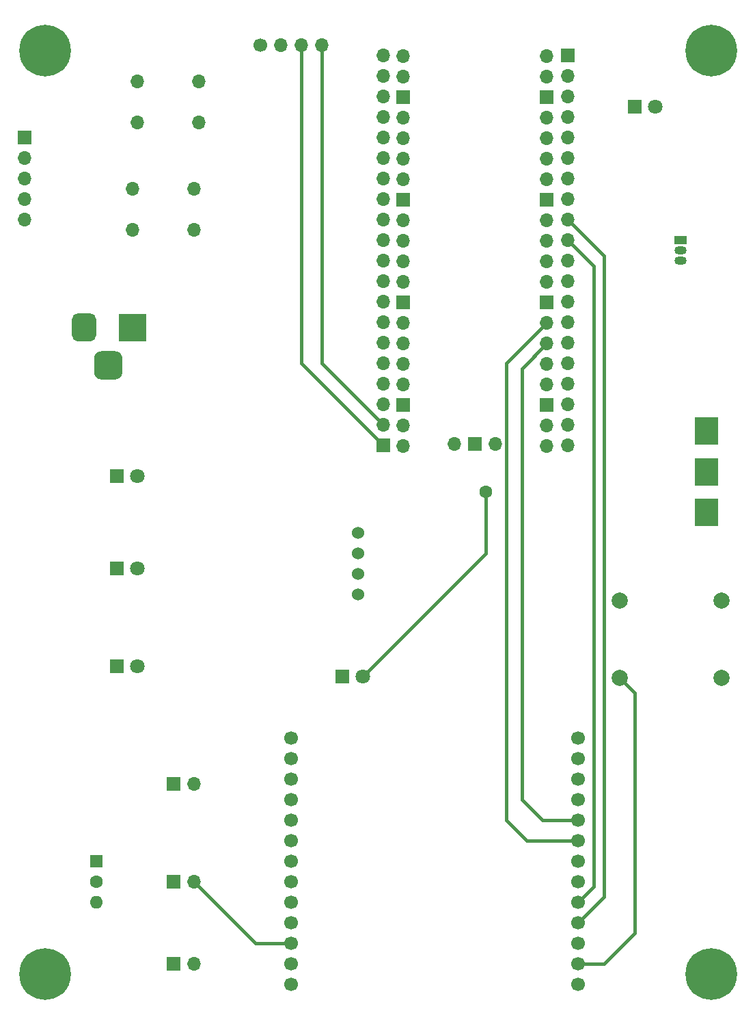
<source format=gbr>
%TF.GenerationSoftware,KiCad,Pcbnew,(5.1.10)-1*%
%TF.CreationDate,2021-10-29T11:14:32-04:00*%
%TF.ProjectId,A7585-test-board,41373538-352d-4746-9573-742d626f6172,rev?*%
%TF.SameCoordinates,Original*%
%TF.FileFunction,Copper,L4,Bot*%
%TF.FilePolarity,Positive*%
%FSLAX46Y46*%
G04 Gerber Fmt 4.6, Leading zero omitted, Abs format (unit mm)*
G04 Created by KiCad (PCBNEW (5.1.10)-1) date 2021-10-29 11:14:32*
%MOMM*%
%LPD*%
G01*
G04 APERTURE LIST*
%TA.AperFunction,ComponentPad*%
%ADD10O,1.700000X1.700000*%
%TD*%
%TA.AperFunction,ComponentPad*%
%ADD11R,1.700000X1.700000*%
%TD*%
%TA.AperFunction,ComponentPad*%
%ADD12C,1.700000*%
%TD*%
%TA.AperFunction,ComponentPad*%
%ADD13C,1.524000*%
%TD*%
%TA.AperFunction,ComponentPad*%
%ADD14R,1.600000X1.600000*%
%TD*%
%TA.AperFunction,ComponentPad*%
%ADD15O,1.600000X1.600000*%
%TD*%
%TA.AperFunction,ComponentPad*%
%ADD16C,1.600000*%
%TD*%
%TA.AperFunction,ComponentPad*%
%ADD17R,3.000000X3.500000*%
%TD*%
%TA.AperFunction,ComponentPad*%
%ADD18C,2.000000*%
%TD*%
%TA.AperFunction,ComponentPad*%
%ADD19R,1.500000X1.050000*%
%TD*%
%TA.AperFunction,ComponentPad*%
%ADD20O,1.500000X1.050000*%
%TD*%
%TA.AperFunction,ComponentPad*%
%ADD21C,6.400000*%
%TD*%
%TA.AperFunction,ComponentPad*%
%ADD22C,1.800000*%
%TD*%
%TA.AperFunction,ComponentPad*%
%ADD23R,1.800000X1.800000*%
%TD*%
%TA.AperFunction,ComponentPad*%
%ADD24R,3.500000X3.500000*%
%TD*%
%TA.AperFunction,ViaPad*%
%ADD25C,1.600000*%
%TD*%
%TA.AperFunction,Conductor*%
%ADD26C,0.400000*%
%TD*%
G04 APERTURE END LIST*
D10*
%TO.P,SW301,1*%
%TO.N,GND*%
X64135000Y-62230000D03*
%TO.P,SW301,2*%
%TO.N,VCC*%
X64135000Y-59690000D03*
%TO.P,SW301,3*%
%TO.N,Net-(C313-Pad1)*%
X64135000Y-57150000D03*
%TO.P,SW301,4*%
%TO.N,Net-(C112-Pad1)*%
X64135000Y-54610000D03*
D11*
%TO.P,SW301,5*%
%TO.N,Net-(C311-Pad1)*%
X64135000Y-52070000D03*
%TD*%
D10*
%TO.P,SW303,1*%
%TO.N,GND*%
X77470000Y-63500000D03*
%TO.P,SW303,4*%
%TO.N,N/C*%
X77470000Y-58420000D03*
%TO.P,SW303,3*%
%TO.N,VCC*%
X85090000Y-58420000D03*
%TO.P,SW303,2*%
%TO.N,Net-(J2-Pad16)*%
X85090000Y-63500000D03*
%TD*%
%TO.P,U300,43*%
%TO.N,Net-(U300-Pad43)*%
X122450000Y-90025000D03*
D11*
%TO.P,U300,42*%
%TO.N,Net-(U300-Pad42)*%
X119910000Y-90025000D03*
D10*
%TO.P,U300,41*%
%TO.N,Net-(U300-Pad41)*%
X117370000Y-90025000D03*
%TO.P,U300,40*%
%TO.N,Net-(J3-Pad1)*%
X128800000Y-41995000D03*
%TO.P,U300,39*%
%TO.N,Net-(D300-Pad1)*%
X128800000Y-44535000D03*
D11*
%TO.P,U300,38*%
%TO.N,GND*%
X128800000Y-47075000D03*
D10*
%TO.P,U300,37*%
%TO.N,Net-(J3-Pad4)*%
X128800000Y-49615000D03*
%TO.P,U300,36*%
%TO.N,Net-(J3-Pad5)*%
X128800000Y-52155000D03*
%TO.P,U300,35*%
%TO.N,Net-(C302-Pad1)*%
X128800000Y-54695000D03*
%TO.P,U300,34*%
%TO.N,Net-(J3-Pad7)*%
X128800000Y-57235000D03*
D11*
%TO.P,U300,33*%
%TO.N,GND*%
X128800000Y-59775000D03*
D10*
%TO.P,U300,32*%
%TO.N,Net-(J3-Pad9)*%
X128800000Y-62315000D03*
%TO.P,U300,31*%
%TO.N,Net-(J3-Pad10)*%
X128800000Y-64855000D03*
%TO.P,U300,30*%
%TO.N,Net-(J3-Pad11)*%
X128800000Y-67395000D03*
%TO.P,U300,29*%
%TO.N,Net-(J3-Pad12)*%
X128800000Y-69935000D03*
D11*
%TO.P,U300,28*%
%TO.N,GND*%
X128800000Y-72475000D03*
D10*
%TO.P,U300,27*%
%TO.N,Net-(J3-Pad14)*%
X128800000Y-75015000D03*
%TO.P,U300,26*%
%TO.N,Net-(J3-Pad15)*%
X128800000Y-77555000D03*
%TO.P,U300,25*%
%TO.N,Net-(J3-Pad16)*%
X128800000Y-80095000D03*
%TO.P,U300,24*%
%TO.N,Net-(J3-Pad17)*%
X128800000Y-82635000D03*
D11*
%TO.P,U300,23*%
%TO.N,GND*%
X128800000Y-85175000D03*
D10*
%TO.P,U300,22*%
%TO.N,Net-(J3-Pad19)*%
X128800000Y-87715000D03*
%TO.P,U300,21*%
%TO.N,Net-(D301-Pad2)*%
X128800000Y-90255000D03*
%TO.P,U300,20*%
%TO.N,Net-(J1-Pad3)*%
X111020000Y-90255000D03*
%TO.P,U300,19*%
%TO.N,Net-(J1-Pad4)*%
X111020000Y-87715000D03*
D11*
%TO.P,U300,18*%
%TO.N,GND*%
X111020000Y-85175000D03*
D10*
%TO.P,U300,17*%
%TO.N,Net-(J2-Pad4)*%
X111020000Y-82635000D03*
%TO.P,U300,16*%
%TO.N,Net-(J2-Pad5)*%
X111020000Y-80095000D03*
%TO.P,U300,15*%
%TO.N,Net-(J2-Pad6)*%
X111020000Y-77555000D03*
%TO.P,U300,14*%
%TO.N,Net-(J2-Pad7)*%
X111020000Y-75015000D03*
D11*
%TO.P,U300,13*%
%TO.N,GND*%
X111020000Y-72475000D03*
D10*
%TO.P,U300,12*%
%TO.N,Net-(J2-Pad9)*%
X111020000Y-69935000D03*
%TO.P,U300,11*%
%TO.N,Net-(C313-Pad1)*%
X111020000Y-67395000D03*
%TO.P,U300,10*%
%TO.N,Net-(C112-Pad1)*%
X111020000Y-64855000D03*
%TO.P,U300,9*%
%TO.N,Net-(C311-Pad1)*%
X111020000Y-62315000D03*
D11*
%TO.P,U300,8*%
%TO.N,GND*%
X111020000Y-59775000D03*
D10*
%TO.P,U300,7*%
%TO.N,Net-(J2-Pad14)*%
X111020000Y-57235000D03*
%TO.P,U300,6*%
%TO.N,Net-(J2-Pad15)*%
X111020000Y-54695000D03*
%TO.P,U300,5*%
%TO.N,Net-(J2-Pad16)*%
X111020000Y-52155000D03*
%TO.P,U300,4*%
%TO.N,Net-(J2-Pad17)*%
X111020000Y-49615000D03*
D11*
%TO.P,U300,3*%
%TO.N,GND*%
X111020000Y-47075000D03*
D10*
%TO.P,U300,2*%
%TO.N,Net-(J2-Pad19)*%
X111020000Y-44535000D03*
%TO.P,U300,1*%
%TO.N,Net-(J2-Pad20)*%
X111020000Y-41995000D03*
%TD*%
D12*
%TO.P,U200,1*%
%TO.N,GND*%
X97155000Y-126365000D03*
%TO.P,U200,2*%
%TO.N,Net-(D201-Pad2)*%
X97155000Y-128905000D03*
%TO.P,U200,3*%
%TO.N,Net-(D202-Pad2)*%
X97155000Y-131445000D03*
%TO.P,U200,4*%
%TO.N,Net-(JP3-Pad2)*%
X97155000Y-133985000D03*
%TO.P,U200,5*%
%TO.N,Net-(U200-Pad5)*%
X97155000Y-136525000D03*
%TO.P,U200,6*%
%TO.N,Net-(U200-Pad6)*%
X97155000Y-139065000D03*
%TO.P,U200,7*%
%TO.N,Net-(U200-Pad7)*%
X97155000Y-141605000D03*
%TO.P,U200,8*%
%TO.N,GND*%
X97155000Y-144145000D03*
%TO.P,U200,9*%
%TO.N,Net-(SW201-Pad2)*%
X97155000Y-146685000D03*
%TO.P,U200,10*%
%TO.N,Net-(U200-Pad10)*%
X97155000Y-149225000D03*
%TO.P,U200,11*%
%TO.N,Net-(JP201-Pad2)*%
X97155000Y-151765000D03*
%TO.P,U200,12*%
%TO.N,Net-(JP202-Pad2)*%
X97155000Y-154305000D03*
%TO.P,U200,13*%
%TO.N,Net-(U200-Pad13)*%
X97155000Y-156845000D03*
%TO.P,U200,14*%
%TO.N,Net-(C205-Pad1)*%
X132715000Y-156845000D03*
%TO.P,U200,15*%
X132715000Y-154305000D03*
%TO.P,U200,16*%
%TO.N,GND*%
X132715000Y-151765000D03*
%TO.P,U200,17*%
%TO.N,Net-(J3-Pad9)*%
X132715000Y-149225000D03*
%TO.P,U200,18*%
%TO.N,Net-(J3-Pad10)*%
X132715000Y-146685000D03*
%TO.P,U200,19*%
%TO.N,Net-(U200-Pad19)*%
X132715000Y-144145000D03*
%TO.P,U200,20*%
%TO.N,Net-(U200-Pad20)*%
X132715000Y-141605000D03*
%TO.P,U200,21*%
%TO.N,Net-(J3-Pad14)*%
X132715000Y-139065000D03*
%TO.P,U200,22*%
%TO.N,Net-(J3-Pad15)*%
X132715000Y-136525000D03*
%TO.P,U200,23*%
%TO.N,VCC*%
X132715000Y-133985000D03*
%TO.P,U200,24*%
%TO.N,VSS*%
X132715000Y-131445000D03*
%TO.P,U200,25*%
X132715000Y-128905000D03*
%TO.P,U200,26*%
%TO.N,GND*%
X132715000Y-126365000D03*
%TD*%
D13*
%TO.P,U100,4*%
%TO.N,GND*%
X105410000Y-108585000D03*
%TO.P,U100,3*%
%TO.N,VCC*%
X105410000Y-106045000D03*
%TO.P,U100,2*%
%TO.N,VSS*%
X105410000Y-103505000D03*
%TO.P,U100,1*%
%TO.N,Net-(U100-Pad1)*%
X105410000Y-100965000D03*
%TD*%
D10*
%TO.P,SW302,1*%
%TO.N,GND*%
X78105000Y-50165000D03*
%TO.P,SW302,4*%
%TO.N,N/C*%
X78105000Y-45085000D03*
%TO.P,SW302,3*%
%TO.N,VCC*%
X85725000Y-45085000D03*
%TO.P,SW302,2*%
%TO.N,Net-(J2-Pad17)*%
X85725000Y-50165000D03*
%TD*%
D14*
%TO.P,SW201,1*%
%TO.N,GND*%
X73025000Y-141605000D03*
D15*
%TO.P,SW201,2*%
%TO.N,Net-(SW201-Pad2)*%
X73025000Y-146685000D03*
D16*
%TO.P,SW201,3*%
%TO.N,Net-(R203-Pad2)*%
X73025000Y-144145000D03*
%TD*%
D17*
%TO.P,RV301,3*%
%TO.N,GND*%
X148590000Y-88425000D03*
%TO.P,RV301,2*%
%TO.N,Net-(J3-Pad7)*%
X148590000Y-93425000D03*
%TO.P,RV301,1*%
%TO.N,VCC*%
X148590000Y-98425000D03*
%TD*%
D18*
%TO.P,J201,1*%
%TO.N,GND*%
X137858500Y-109410500D03*
%TO.P,J201,2*%
%TO.N,N/C*%
X150431500Y-109410500D03*
%TD*%
%TO.P,J200,1*%
%TO.N,Net-(C205-Pad1)*%
X137858500Y-118935500D03*
%TO.P,J200,2*%
%TO.N,N/C*%
X150431500Y-118935500D03*
%TD*%
D12*
%TO.P,J1,1*%
%TO.N,GND*%
X93345000Y-40640000D03*
D10*
%TO.P,J1,2*%
%TO.N,VCC*%
X95885000Y-40640000D03*
%TO.P,J1,3*%
%TO.N,Net-(J1-Pad3)*%
X98425000Y-40640000D03*
%TO.P,J1,4*%
%TO.N,Net-(J1-Pad4)*%
X100965000Y-40640000D03*
%TD*%
D19*
%TO.P,U301,1*%
%TO.N,N/C*%
X145415000Y-64770000D03*
D20*
%TO.P,U301,3*%
%TO.N,GND*%
X145415000Y-67310000D03*
%TO.P,U301,2*%
%TO.N,Net-(C302-Pad1)*%
X145415000Y-66040000D03*
%TD*%
D21*
%TO.P,H4,1*%
%TO.N,GND*%
X66675000Y-155575000D03*
%TD*%
%TO.P,H3,1*%
%TO.N,GND*%
X149225000Y-41275000D03*
%TD*%
%TO.P,H2,1*%
%TO.N,GND*%
X149225000Y-155575000D03*
%TD*%
%TO.P,H1,1*%
%TO.N,GND*%
X66675000Y-41275000D03*
%TD*%
D22*
%TO.P,D301,2*%
%TO.N,Net-(D301-Pad2)*%
X106045000Y-118745000D03*
D23*
%TO.P,D301,1*%
%TO.N,Net-(D301-Pad1)*%
X103505000Y-118745000D03*
%TD*%
D22*
%TO.P,D300,2*%
%TO.N,VCC*%
X142240000Y-48260000D03*
D23*
%TO.P,D300,1*%
%TO.N,Net-(D300-Pad1)*%
X139700000Y-48260000D03*
%TD*%
D22*
%TO.P,D202,2*%
%TO.N,Net-(D202-Pad2)*%
X78105000Y-117475000D03*
D23*
%TO.P,D202,1*%
%TO.N,Net-(D202-Pad1)*%
X75565000Y-117475000D03*
%TD*%
D22*
%TO.P,D201,2*%
%TO.N,Net-(D201-Pad2)*%
X78105000Y-105410000D03*
D23*
%TO.P,D201,1*%
%TO.N,Net-(D201-Pad1)*%
X75565000Y-105410000D03*
%TD*%
D22*
%TO.P,D101,2*%
%TO.N,VSS*%
X78105000Y-93980000D03*
D23*
%TO.P,D101,1*%
%TO.N,Net-(D101-Pad1)*%
X75565000Y-93980000D03*
%TD*%
D10*
%TO.P,J3,20*%
%TO.N,Net-(D301-Pad2)*%
X131445000Y-90170000D03*
%TO.P,J3,19*%
%TO.N,Net-(J3-Pad19)*%
X131445000Y-87630000D03*
%TO.P,J3,18*%
%TO.N,GND*%
X131445000Y-85090000D03*
%TO.P,J3,17*%
%TO.N,Net-(J3-Pad17)*%
X131445000Y-82550000D03*
%TO.P,J3,16*%
%TO.N,Net-(J3-Pad16)*%
X131445000Y-80010000D03*
%TO.P,J3,15*%
%TO.N,Net-(J3-Pad15)*%
X131445000Y-77470000D03*
%TO.P,J3,14*%
%TO.N,Net-(J3-Pad14)*%
X131445000Y-74930000D03*
%TO.P,J3,13*%
%TO.N,GND*%
X131445000Y-72390000D03*
%TO.P,J3,12*%
%TO.N,Net-(J3-Pad12)*%
X131445000Y-69850000D03*
%TO.P,J3,11*%
%TO.N,Net-(J3-Pad11)*%
X131445000Y-67310000D03*
%TO.P,J3,10*%
%TO.N,Net-(J3-Pad10)*%
X131445000Y-64770000D03*
%TO.P,J3,9*%
%TO.N,Net-(J3-Pad9)*%
X131445000Y-62230000D03*
%TO.P,J3,8*%
%TO.N,GND*%
X131445000Y-59690000D03*
%TO.P,J3,7*%
%TO.N,Net-(J3-Pad7)*%
X131445000Y-57150000D03*
%TO.P,J3,6*%
%TO.N,Net-(C302-Pad1)*%
X131445000Y-54610000D03*
%TO.P,J3,5*%
%TO.N,Net-(J3-Pad5)*%
X131445000Y-52070000D03*
%TO.P,J3,4*%
%TO.N,Net-(J3-Pad4)*%
X131445000Y-49530000D03*
%TO.P,J3,3*%
%TO.N,GND*%
X131445000Y-46990000D03*
%TO.P,J3,2*%
%TO.N,Net-(D300-Pad1)*%
X131445000Y-44450000D03*
D11*
%TO.P,J3,1*%
%TO.N,Net-(J3-Pad1)*%
X131445000Y-41910000D03*
%TD*%
D10*
%TO.P,J2,20*%
%TO.N,Net-(J2-Pad20)*%
X108585000Y-41910000D03*
%TO.P,J2,19*%
%TO.N,Net-(J2-Pad19)*%
X108585000Y-44450000D03*
%TO.P,J2,18*%
%TO.N,GND*%
X108585000Y-46990000D03*
%TO.P,J2,17*%
%TO.N,Net-(J2-Pad17)*%
X108585000Y-49530000D03*
%TO.P,J2,16*%
%TO.N,Net-(J2-Pad16)*%
X108585000Y-52070000D03*
%TO.P,J2,15*%
%TO.N,Net-(J2-Pad15)*%
X108585000Y-54610000D03*
%TO.P,J2,14*%
%TO.N,Net-(J2-Pad14)*%
X108585000Y-57150000D03*
%TO.P,J2,13*%
%TO.N,GND*%
X108585000Y-59690000D03*
%TO.P,J2,12*%
%TO.N,Net-(C311-Pad1)*%
X108585000Y-62230000D03*
%TO.P,J2,11*%
%TO.N,Net-(C112-Pad1)*%
X108585000Y-64770000D03*
%TO.P,J2,10*%
%TO.N,Net-(C313-Pad1)*%
X108585000Y-67310000D03*
%TO.P,J2,9*%
%TO.N,Net-(J2-Pad9)*%
X108585000Y-69850000D03*
%TO.P,J2,8*%
%TO.N,GND*%
X108585000Y-72390000D03*
%TO.P,J2,7*%
%TO.N,Net-(J2-Pad7)*%
X108585000Y-74930000D03*
%TO.P,J2,6*%
%TO.N,Net-(J2-Pad6)*%
X108585000Y-77470000D03*
%TO.P,J2,5*%
%TO.N,Net-(J2-Pad5)*%
X108585000Y-80010000D03*
%TO.P,J2,4*%
%TO.N,Net-(J2-Pad4)*%
X108585000Y-82550000D03*
%TO.P,J2,3*%
%TO.N,GND*%
X108585000Y-85090000D03*
%TO.P,J2,2*%
%TO.N,Net-(J1-Pad4)*%
X108585000Y-87630000D03*
D11*
%TO.P,J2,1*%
%TO.N,Net-(J1-Pad3)*%
X108585000Y-90170000D03*
%TD*%
D10*
%TO.P,JP202,2*%
%TO.N,Net-(JP202-Pad2)*%
X85090000Y-154305000D03*
D11*
%TO.P,JP202,1*%
%TO.N,GND*%
X82550000Y-154305000D03*
%TD*%
D10*
%TO.P,JP201,2*%
%TO.N,Net-(JP201-Pad2)*%
X85090000Y-144145000D03*
D11*
%TO.P,JP201,1*%
%TO.N,GND*%
X82550000Y-144145000D03*
%TD*%
D10*
%TO.P,JP3,2*%
%TO.N,Net-(JP3-Pad2)*%
X85090000Y-132080000D03*
D11*
%TO.P,JP3,1*%
%TO.N,GND*%
X82550000Y-132080000D03*
%TD*%
%TO.P,J100,3*%
%TO.N,N/C*%
%TA.AperFunction,ComponentPad*%
G36*
G01*
X72720000Y-81140000D02*
X72720000Y-79390000D01*
G75*
G02*
X73595000Y-78515000I875000J0D01*
G01*
X75345000Y-78515000D01*
G75*
G02*
X76220000Y-79390000I0J-875000D01*
G01*
X76220000Y-81140000D01*
G75*
G02*
X75345000Y-82015000I-875000J0D01*
G01*
X73595000Y-82015000D01*
G75*
G02*
X72720000Y-81140000I0J875000D01*
G01*
G37*
%TD.AperFunction*%
%TO.P,J100,2*%
%TO.N,GND*%
%TA.AperFunction,ComponentPad*%
G36*
G01*
X69970000Y-76565000D02*
X69970000Y-74565000D01*
G75*
G02*
X70720000Y-73815000I750000J0D01*
G01*
X72220000Y-73815000D01*
G75*
G02*
X72970000Y-74565000I0J-750000D01*
G01*
X72970000Y-76565000D01*
G75*
G02*
X72220000Y-77315000I-750000J0D01*
G01*
X70720000Y-77315000D01*
G75*
G02*
X69970000Y-76565000I0J750000D01*
G01*
G37*
%TD.AperFunction*%
D24*
%TO.P,J100,1*%
%TO.N,VSS*%
X77470000Y-75565000D03*
%TD*%
D25*
%TO.N,Net-(D301-Pad2)*%
X121285000Y-95885000D03*
%TD*%
D26*
%TO.N,Net-(D301-Pad2)*%
X121285000Y-103505000D02*
X106045000Y-118745000D01*
X121285000Y-95885000D02*
X121285000Y-103505000D01*
%TO.N,Net-(J1-Pad4)*%
X100965000Y-80010000D02*
X100965000Y-40640000D01*
X108585000Y-87630000D02*
X100965000Y-80010000D01*
%TO.N,Net-(J1-Pad3)*%
X98425000Y-80010000D02*
X98425000Y-40640000D01*
X108585000Y-90170000D02*
X98425000Y-80010000D01*
%TO.N,Net-(JP201-Pad2)*%
X92710000Y-151765000D02*
X85090000Y-144145000D01*
X97155000Y-151765000D02*
X92710000Y-151765000D01*
%TO.N,Net-(J3-Pad15)*%
X128800000Y-77575000D02*
X128800000Y-77555000D01*
X125730000Y-80645000D02*
X128800000Y-77575000D01*
X125730000Y-133985000D02*
X125730000Y-80645000D01*
X128270000Y-136525000D02*
X125730000Y-133985000D01*
X132715000Y-136525000D02*
X128270000Y-136525000D01*
%TO.N,Net-(J3-Pad14)*%
X132715000Y-139065000D02*
X126365000Y-139065000D01*
X126365000Y-139065000D02*
X123825000Y-136525000D01*
X123825000Y-79990000D02*
X128800000Y-75015000D01*
X123825000Y-136525000D02*
X123825000Y-79990000D01*
%TO.N,Net-(J3-Pad10)*%
X134620000Y-67945000D02*
X131445000Y-64770000D01*
X132715000Y-146685000D02*
X134620000Y-144780000D01*
X134620000Y-144780000D02*
X134620000Y-67945000D01*
%TO.N,Net-(J3-Pad9)*%
X135890000Y-66675000D02*
X131445000Y-62230000D01*
X132715000Y-149225000D02*
X135890000Y-146050000D01*
X135890000Y-146050000D02*
X135890000Y-66675000D01*
%TO.N,Net-(C205-Pad1)*%
X132715000Y-154305000D02*
X135890000Y-154305000D01*
X135890000Y-154305000D02*
X139700000Y-150495000D01*
X139700000Y-120777000D02*
X137858500Y-118935500D01*
X139700000Y-150495000D02*
X139700000Y-120777000D01*
%TD*%
M02*

</source>
